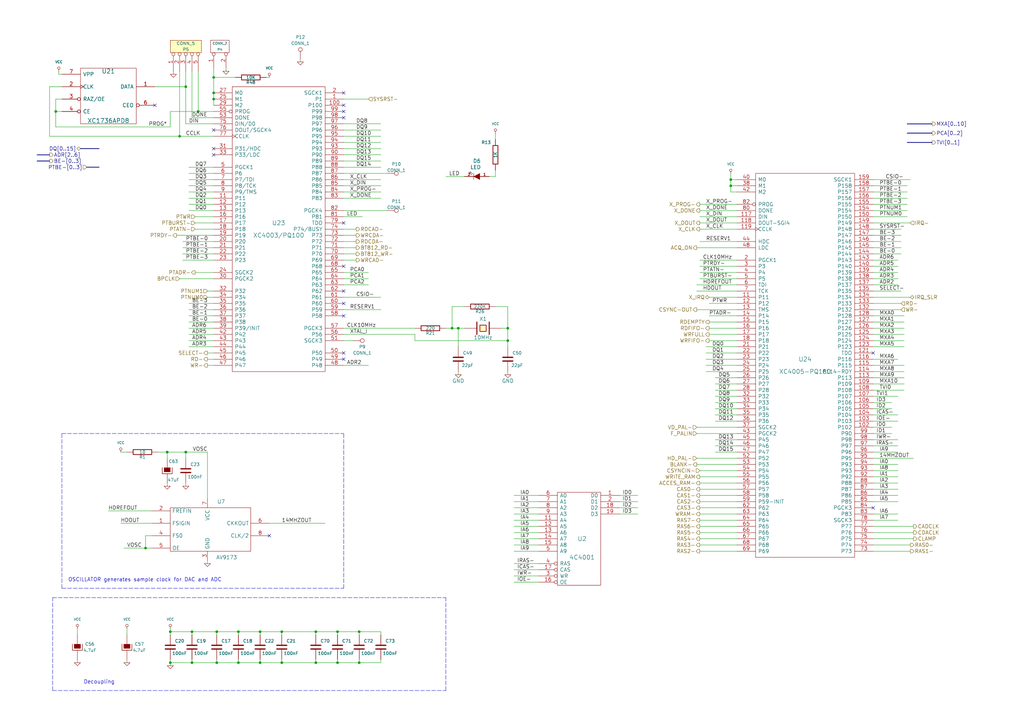
<source format=kicad_sch>
(kicad_sch (version 20211123) (generator eeschema)
  (paper "A3")
  (title_block (title "Video") (date "Sun 22 Mar 2015") (rev "2.0B") (company "Kicad EDA") (comment 1 "Xilinxs"))
  (junction (at 129.54 271.78) (diameter 0.9144))
  (junction (at 106.68 271.78) (diameter 0.9144))
  (junction (at 115.57 259.08) (diameter 0.9144))
  (junction (at 73.66 55.88) (diameter 0.9144))
  (junction (at 147.32 271.78) (diameter 0.9144))
  (junction (at 97.79 259.08) (diameter 0.9144))
  (junction (at 147.32 259.08) (diameter 0.9144))
  (junction (at 208.28 134.62) (diameter 0.9144))
  (junction (at 106.68 259.08) (diameter 0.9144))
  (junction (at 97.79 271.78) (diameter 0.9144))
  (junction (at 87.63 31.75) (diameter 0.9144))
  (junction (at 87.63 38.1) (diameter 0.9144))
  (junction (at 78.74 271.78) (diameter 0.9144))
  (junction (at 138.43 271.78) (diameter 0.9144))
  (junction (at 81.28 45.72) (diameter 0.9144))
  (junction (at 69.85 259.08) (diameter 0.9144))
  (junction (at 76.2 35.56) (diameter 0.9144))
  (junction (at 138.43 259.08) (diameter 0.9144))
  (junction (at 299.72 76.2) (diameter 0.9144))
  (junction (at 69.85 271.78) (diameter 0.9144))
  (junction (at 129.54 259.08) (diameter 0.9144))
  (junction (at 76.2 185.42) (diameter 0.9144))
  (junction (at 299.72 73.66) (diameter 0.9144))
  (junction (at 185.42 134.62) (diameter 0.9144))
  (junction (at 115.57 271.78) (diameter 0.9144))
  (junction (at 78.74 259.08) (diameter 0.9144))
  (junction (at 88.9 259.08) (diameter 0.9144))
  (junction (at 22.86 45.72) (diameter 0.9144))
  (junction (at 88.9 271.78) (diameter 0.9144))
  (junction (at 59.69 224.79) (diameter 0.9144))
  (junction (at 68.58 185.42) (diameter 0.9144))
  (junction (at 187.96 134.62) (diameter 0.9144))
  (junction (at 87.63 40.64) (diameter 0.9144))
  (junction (at 208.28 139.7) (diameter 0.9144))
  (no_connect (at 140.97 119.38))
  (no_connect (at 140.97 45.72))
  (no_connect (at 140.97 109.22))
  (no_connect (at 87.63 60.96))
  (no_connect (at 140.97 43.18))
  (no_connect (at 140.97 38.1))
  (no_connect (at 358.14 144.78))
  (no_connect (at 140.97 129.54))
  (no_connect (at 140.97 147.32))
  (no_connect (at 140.97 124.46))
  (no_connect (at 358.14 208.28))
  (no_connect (at 63.5 43.18))
  (no_connect (at 140.97 144.78))
  (no_connect (at 87.63 63.5))
  (no_connect (at 140.97 91.44))
  (no_connect (at 110.49 219.71))
  (no_connect (at 140.97 48.26))
  (no_connect (at 87.63 53.34))
  (wire (pts (xy 76.2 185.42) (xy 85.09 185.42)))
  (wire (pts (xy 73.66 55.88) (xy 87.63 55.88)))
  (wire (pts (xy 129.54 271.78) (xy 138.43 271.78)))
  (wire (pts (xy 85.09 149.86) (xy 87.63 149.86)))
  (wire (pts (xy 220.98 220.98) (xy 210.82 220.98)))
  (wire (pts (xy 287.02 210.82) (xy 302.26 210.82)))
  (wire (pts (xy 78.74 29.21) (xy 78.74 48.26)))
  (wire (pts (xy 358.14 162.56) (xy 368.3 162.56)))
  (wire (pts (xy 87.63 132.08) (xy 77.47 132.08)))
  (wire (pts (xy 78.74 48.26) (xy 87.63 48.26)))
  (wire (pts (xy 203.2 54.61) (xy 203.2 57.15)))
  (wire (pts (xy 208.28 125.73) (xy 208.28 134.62)))
  (wire (pts (xy 358.14 139.7) (xy 370.84 139.7)))
  (wire (pts (xy 140.97 101.6) (xy 146.05 101.6)))
  (wire (pts (xy 302.26 152.4) (xy 289.56 152.4)))
  (wire (pts (xy 24.13 30.48) (xy 25.4 30.48)))
  (wire (pts (xy 302.26 137.16) (xy 290.83 137.16)))
  (wire (pts (xy 68.58 199.39) (xy 68.58 198.12)))
  (wire (pts (xy 299.72 78.74) (xy 302.26 78.74)))
  (wire (pts (xy 358.14 177.8) (xy 365.76 177.8)))
  (wire (pts (xy 368.3 182.88) (xy 358.14 182.88)))
  (wire (pts (xy 287.02 208.28) (xy 302.26 208.28)))
  (wire (pts (xy 140.97 121.92) (xy 156.21 121.92)))
  (polyline (pts (xy 21.59 283.21) (xy 182.88 283.21)) (stroke (width 0) (type dash)))
  (wire (pts (xy 358.14 154.94) (xy 370.84 154.94)))
  (wire (pts (xy 77.47 76.2) (xy 87.63 76.2)))
  (wire (pts (xy 52.07 271.78) (xy 52.07 270.51)))
  (wire (pts (xy 358.14 147.32) (xy 368.3 147.32)))
  (wire (pts (xy 140.97 50.8) (xy 156.21 50.8)))
  (wire (pts (xy 115.57 259.08) (xy 115.57 260.35)))
  (wire (pts (xy 358.14 187.96) (xy 374.65 187.96)))
  (wire (pts (xy 123.19 24.13) (xy 123.19 25.4)))
  (wire (pts (xy 358.14 175.26) (xy 365.76 175.26)))
  (wire (pts (xy 287.02 193.04) (xy 302.26 193.04)))
  (wire (pts (xy 299.72 73.66) (xy 302.26 73.66)))
  (wire (pts (xy 287.02 226.06) (xy 302.26 226.06)))
  (wire (pts (xy 302.26 114.3) (xy 287.02 114.3)))
  (wire (pts (xy 140.97 86.36) (xy 158.75 86.36)))
  (wire (pts (xy 187.96 153.67) (xy 187.96 152.4)))
  (bus (pts (xy 33.02 60.96) (xy 40.64 60.96)))
  (wire (pts (xy 220.98 218.44) (xy 210.82 218.44)))
  (wire (pts (xy 254 210.82) (xy 261.62 210.82)))
  (wire (pts (xy 87.63 139.7) (xy 77.47 139.7)))
  (wire (pts (xy 52.07 185.42) (xy 49.53 185.42)))
  (wire (pts (xy 140.97 104.14) (xy 146.05 104.14)))
  (wire (pts (xy 287.02 203.2) (xy 302.26 203.2)))
  (wire (pts (xy 220.98 205.74) (xy 210.82 205.74)))
  (wire (pts (xy 20.32 35.56) (xy 20.32 55.88)))
  (wire (pts (xy 140.97 53.34) (xy 156.21 53.34)))
  (wire (pts (xy 87.63 129.54) (xy 77.47 129.54)))
  (wire (pts (xy 140.97 78.74) (xy 156.21 78.74)))
  (wire (pts (xy 302.26 147.32) (xy 289.56 147.32)))
  (wire (pts (xy 293.37 167.64) (xy 302.26 167.64)))
  (wire (pts (xy 138.43 271.78) (xy 147.32 271.78)))
  (wire (pts (xy 358.14 223.52) (xy 373.38 223.52)))
  (wire (pts (xy 299.72 71.12) (xy 299.72 73.66)))
  (wire (pts (xy 69.85 45.72) (xy 81.28 45.72)))
  (wire (pts (xy 140.97 73.66) (xy 156.21 73.66)))
  (wire (pts (xy 293.37 185.42) (xy 302.26 185.42)))
  (wire (pts (xy 290.83 134.62) (xy 302.26 134.62)))
  (wire (pts (xy 358.14 160.02) (xy 370.84 160.02)))
  (wire (pts (xy 77.47 86.36) (xy 87.63 86.36)))
  (wire (pts (xy 170.18 139.7) (xy 170.18 137.16)))
  (wire (pts (xy 69.85 271.78) (xy 69.85 273.05)))
  (wire (pts (xy 140.97 68.58) (xy 156.21 68.58)))
  (wire (pts (xy 182.88 72.39) (xy 190.5 72.39)))
  (wire (pts (xy 290.83 139.7) (xy 302.26 139.7)))
  (polyline (pts (xy 21.59 245.11) (xy 182.88 245.11)) (stroke (width 0) (type dash)))
  (wire (pts (xy 88.9 259.08) (xy 88.9 260.35)))
  (wire (pts (xy 358.14 215.9) (xy 374.65 215.9)))
  (wire (pts (xy 52.07 257.81) (xy 52.07 260.35)))
  (wire (pts (xy 88.9 270.51) (xy 88.9 271.78)))
  (wire (pts (xy 369.57 96.52) (xy 358.14 96.52)))
  (wire (pts (xy 88.9 271.78) (xy 97.79 271.78)))
  (wire (pts (xy 358.14 134.62) (xy 370.84 134.62)))
  (wire (pts (xy 287.02 93.98) (xy 302.26 93.98)))
  (wire (pts (xy 368.3 203.2) (xy 358.14 203.2)))
  (wire (pts (xy 140.97 139.7) (xy 144.78 139.7)))
  (wire (pts (xy 368.3 198.12) (xy 358.14 198.12)))
  (polyline (pts (xy 21.59 283.21) (xy 21.59 245.11)) (stroke (width 0) (type dash)))
  (wire (pts (xy 358.14 73.66) (xy 373.38 73.66)))
  (wire (pts (xy 156.21 271.78) (xy 156.21 270.51)))
  (wire (pts (xy 87.63 38.1) (xy 87.63 40.64)))
  (wire (pts (xy 129.54 259.08) (xy 138.43 259.08)))
  (wire (pts (xy 140.97 76.2) (xy 156.21 76.2)))
  (wire (pts (xy 80.01 93.98) (xy 87.63 93.98)))
  (wire (pts (xy 220.98 213.36) (xy 210.82 213.36)))
  (wire (pts (xy 140.97 106.68) (xy 146.05 106.68)))
  (wire (pts (xy 24.13 29.21) (xy 24.13 30.48)))
  (wire (pts (xy 358.14 165.1) (xy 365.76 165.1)))
  (wire (pts (xy 115.57 271.78) (xy 129.54 271.78)))
  (wire (pts (xy 77.47 71.12) (xy 87.63 71.12)))
  (wire (pts (xy 88.9 259.08) (xy 97.79 259.08)))
  (wire (pts (xy 87.63 101.6) (xy 74.93 101.6)))
  (wire (pts (xy 147.32 271.78) (xy 156.21 271.78)))
  (wire (pts (xy 302.26 109.22) (xy 287.02 109.22)))
  (wire (pts (xy 372.11 88.9) (xy 358.14 88.9)))
  (wire (pts (xy 140.97 81.28) (xy 156.21 81.28)))
  (wire (pts (xy 372.11 83.82) (xy 358.14 83.82)))
  (wire (pts (xy 358.14 149.86) (xy 370.84 149.86)))
  (wire (pts (xy 254 205.74) (xy 261.62 205.74)))
  (wire (pts (xy 293.37 162.56) (xy 302.26 162.56)))
  (wire (pts (xy 368.3 172.72) (xy 358.14 172.72)))
  (wire (pts (xy 358.14 91.44) (xy 373.38 91.44)))
  (wire (pts (xy 372.11 86.36) (xy 358.14 86.36)))
  (bus (pts (xy 15.24 63.5) (xy 20.32 63.5)))
  (wire (pts (xy 69.85 259.08) (xy 69.85 260.35)))
  (wire (pts (xy 299.72 73.66) (xy 299.72 76.2)))
  (wire (pts (xy 80.01 88.9) (xy 87.63 88.9)))
  (wire (pts (xy 78.74 260.35) (xy 78.74 259.08)))
  (wire (pts (xy 59.69 224.79) (xy 59.69 219.71)))
  (wire (pts (xy 358.14 121.92) (xy 373.38 121.92)))
  (wire (pts (xy 50.8 224.79) (xy 59.69 224.79)))
  (wire (pts (xy 115.57 270.51) (xy 115.57 271.78)))
  (wire (pts (xy 287.02 215.9) (xy 302.26 215.9)))
  (wire (pts (xy 71.12 30.48) (xy 71.12 29.21)))
  (wire (pts (xy 69.85 271.78) (xy 78.74 271.78)))
  (wire (pts (xy 140.97 111.76) (xy 151.13 111.76)))
  (wire (pts (xy 358.14 142.24) (xy 370.84 142.24)))
  (bus (pts (xy 372.11 50.8) (xy 382.27 50.8)))
  (wire (pts (xy 220.98 238.76) (xy 210.82 238.76)))
  (wire (pts (xy 77.47 83.82) (xy 87.63 83.82)))
  (wire (pts (xy 140.97 99.06) (xy 146.05 99.06)))
  (wire (pts (xy 110.49 31.75) (xy 109.22 31.75)))
  (wire (pts (xy 140.97 88.9) (xy 148.59 88.9)))
  (wire (pts (xy 138.43 259.08) (xy 147.32 259.08)))
  (polyline (pts (xy 182.88 283.21) (xy 182.88 245.11)) (stroke (width 0) (type dash)))
  (wire (pts (xy 77.47 81.28) (xy 87.63 81.28)))
  (wire (pts (xy 285.75 177.8) (xy 302.26 177.8)))
  (wire (pts (xy 287.02 223.52) (xy 302.26 223.52)))
  (wire (pts (xy 140.97 93.98) (xy 146.05 93.98)))
  (wire (pts (xy 205.74 134.62) (xy 208.28 134.62)))
  (wire (pts (xy 368.3 210.82) (xy 358.14 210.82)))
  (wire (pts (xy 182.88 134.62) (xy 185.42 134.62)))
  (bus (pts (xy 15.24 66.04) (xy 20.32 66.04)))
  (wire (pts (xy 358.14 132.08) (xy 370.84 132.08)))
  (wire (pts (xy 156.21 127) (xy 140.97 127)))
  (wire (pts (xy 287.02 200.66) (xy 302.26 200.66)))
  (wire (pts (xy 287.02 88.9) (xy 302.26 88.9)))
  (wire (pts (xy 77.47 73.66) (xy 87.63 73.66)))
  (wire (pts (xy 368.3 205.74) (xy 358.14 205.74)))
  (wire (pts (xy 85.09 144.78) (xy 87.63 144.78)))
  (wire (pts (xy 208.28 134.62) (xy 208.28 139.7)))
  (wire (pts (xy 87.63 27.94) (xy 87.63 31.75)))
  (wire (pts (xy 76.2 35.56) (xy 76.2 50.8)))
  (wire (pts (xy 20.32 55.88) (xy 73.66 55.88)))
  (wire (pts (xy 187.96 134.62) (xy 187.96 142.24)))
  (wire (pts (xy 302.26 99.06) (xy 287.02 99.06)))
  (wire (pts (xy 358.14 106.68) (xy 368.3 106.68)))
  (wire (pts (xy 78.74 270.51) (xy 78.74 271.78)))
  (wire (pts (xy 85.09 147.32) (xy 87.63 147.32)))
  (wire (pts (xy 85.09 119.38) (xy 87.63 119.38)))
  (wire (pts (xy 140.97 116.84) (xy 151.13 116.84)))
  (polyline (pts (xy 140.97 241.3) (xy 140.97 177.8)) (stroke (width 0) (type dash)))
  (wire (pts (xy 285.75 187.96) (xy 302.26 187.96)))
  (wire (pts (xy 358.14 129.54) (xy 370.84 129.54)))
  (wire (pts (xy 220.98 215.9) (xy 210.82 215.9)))
  (wire (pts (xy 92.71 29.21) (xy 92.71 27.94)))
  (wire (pts (xy 76.2 185.42) (xy 76.2 187.96)))
  (wire (pts (xy 293.37 165.1) (xy 302.26 165.1)))
  (wire (pts (xy 368.3 180.34) (xy 358.14 180.34)))
  (wire (pts (xy 22.86 40.64) (xy 22.86 45.72)))
  (wire (pts (xy 76.2 199.39) (xy 76.2 198.12)))
  (wire (pts (xy 72.39 96.52) (xy 87.63 96.52)))
  (wire (pts (xy 44.45 209.55) (xy 62.23 209.55)))
  (wire (pts (xy 369.57 104.14) (xy 358.14 104.14)))
  (wire (pts (xy 77.47 68.58) (xy 87.63 68.58)))
  (wire (pts (xy 151.13 149.86) (xy 140.97 149.86)))
  (wire (pts (xy 287.02 86.36) (xy 302.26 86.36)))
  (wire (pts (xy 372.11 78.74) (xy 358.14 78.74)))
  (wire (pts (xy 302.26 142.24) (xy 289.56 142.24)))
  (wire (pts (xy 63.5 35.56) (xy 76.2 35.56)))
  (wire (pts (xy 87.63 134.62) (xy 77.47 134.62)))
  (wire (pts (xy 220.98 226.06) (xy 210.82 226.06)))
  (wire (pts (xy 31.75 271.78) (xy 31.75 270.51)))
  (wire (pts (xy 69.85 52.07) (xy 69.85 45.72)))
  (wire (pts (xy 368.3 190.5) (xy 358.14 190.5)))
  (wire (pts (xy 187.96 134.62) (xy 190.5 134.62)))
  (wire (pts (xy 147.32 259.08) (xy 147.32 260.35)))
  (wire (pts (xy 368.3 213.36) (xy 358.14 213.36)))
  (wire (pts (xy 287.02 83.82) (xy 302.26 83.82)))
  (wire (pts (xy 185.42 125.73) (xy 190.5 125.73)))
  (wire (pts (xy 358.14 119.38) (xy 369.57 119.38)))
  (wire (pts (xy 287.02 106.68) (xy 302.26 106.68)))
  (wire (pts (xy 208.28 139.7) (xy 208.28 142.24)))
  (wire (pts (xy 25.4 45.72) (xy 22.86 45.72)))
  (wire (pts (xy 129.54 259.08) (xy 129.54 260.35)))
  (wire (pts (xy 85.09 185.42) (xy 85.09 204.47)))
  (wire (pts (xy 185.42 125.73) (xy 185.42 134.62)))
  (wire (pts (xy 68.58 185.42) (xy 76.2 185.42)))
  (wire (pts (xy 358.14 167.64) (xy 365.76 167.64)))
  (wire (pts (xy 293.37 172.72) (xy 302.26 172.72)))
  (wire (pts (xy 358.14 218.44) (xy 374.65 218.44)))
  (bus (pts (xy 35.56 68.58) (xy 40.64 68.58)))
  (wire (pts (xy 77.47 78.74) (xy 87.63 78.74)))
  (wire (pts (xy 68.58 185.42) (xy 68.58 187.96)))
  (wire (pts (xy 368.3 111.76) (xy 358.14 111.76)))
  (wire (pts (xy 22.86 45.72) (xy 22.86 52.07)))
  (wire (pts (xy 49.53 214.63) (xy 62.23 214.63)))
  (wire (pts (xy 87.63 99.06) (xy 74.93 99.06)))
  (wire (pts (xy 59.69 219.71) (xy 62.23 219.71)))
  (bus (pts (xy 372.11 54.61) (xy 382.27 54.61)))
  (wire (pts (xy 287.02 198.12) (xy 302.26 198.12)))
  (wire (pts (xy 140.97 55.88) (xy 156.21 55.88)))
  (wire (pts (xy 156.21 259.08) (xy 156.21 260.35)))
  (wire (pts (xy 85.09 121.92) (xy 87.63 121.92)))
  (wire (pts (xy 293.37 182.88) (xy 302.26 182.88)))
  (wire (pts (xy 368.3 195.58) (xy 358.14 195.58)))
  (wire (pts (xy 185.42 134.62) (xy 187.96 134.62)))
  (wire (pts (xy 140.97 96.52) (xy 146.05 96.52)))
  (wire (pts (xy 287.02 220.98) (xy 302.26 220.98)))
  (wire (pts (xy 138.43 271.78) (xy 138.43 270.51)))
  (wire (pts (xy 302.26 149.86) (xy 289.56 149.86)))
  (wire (pts (xy 106.68 259.08) (xy 106.68 260.35)))
  (wire (pts (xy 64.77 185.42) (xy 68.58 185.42)))
  (wire (pts (xy 140.97 134.62) (xy 170.18 134.62)))
  (wire (pts (xy 220.98 203.2) (xy 210.82 203.2)))
  (wire (pts (xy 287.02 195.58) (xy 302.26 195.58)))
  (polyline (pts (xy 25.4 241.3) (xy 140.97 241.3)) (stroke (width 0) (type dash)))
  (wire (pts (xy 368.3 114.3) (xy 358.14 114.3)))
  (wire (pts (xy 81.28 45.72) (xy 87.63 45.72)))
  (wire (pts (xy 129.54 271.78) (xy 129.54 270.51)))
  (wire (pts (xy 299.72 76.2) (xy 302.26 76.2)))
  (wire (pts (xy 78.74 271.78) (xy 88.9 271.78)))
  (polyline (pts (xy 25.4 241.3) (xy 25.4 177.8)) (stroke (width 0) (type dash)))
  (wire (pts (xy 358.14 226.06) (xy 373.38 226.06)))
  (wire (pts (xy 147.32 259.08) (xy 156.21 259.08)))
  (wire (pts (xy 97.79 259.08) (xy 106.68 259.08)))
  (wire (pts (xy 358.14 124.46) (xy 369.57 124.46)))
  (wire (pts (xy 106.68 271.78) (xy 115.57 271.78)))
  (wire (pts (xy 368.3 185.42) (xy 358.14 185.42)))
  (wire (pts (xy 59.69 224.79) (xy 62.23 224.79)))
  (wire (pts (xy 285.75 116.84) (xy 302.26 116.84)))
  (wire (pts (xy 254 203.2) (xy 261.62 203.2)))
  (wire (pts (xy 293.37 170.18) (xy 302.26 170.18)))
  (wire (pts (xy 302.26 124.46) (xy 290.83 124.46)))
  (wire (pts (xy 293.37 180.34) (xy 302.26 180.34)))
  (wire (pts (xy 31.75 257.81) (xy 31.75 260.35)))
  (wire (pts (xy 110.49 214.63) (xy 133.35 214.63)))
  (wire (pts (xy 302.26 129.54) (xy 290.83 129.54)))
  (wire (pts (xy 106.68 259.08) (xy 115.57 259.08)))
  (wire (pts (xy 220.98 231.14) (xy 210.82 231.14)))
  (wire (pts (xy 220.98 236.22) (xy 210.82 236.22)))
  (wire (pts (xy 81.28 29.21) (xy 81.28 45.72)))
  (wire (pts (xy 106.68 270.51) (xy 106.68 271.78)))
  (wire (pts (xy 87.63 127) (xy 77.47 127)))
  (wire (pts (xy 69.85 270.51) (xy 69.85 271.78)))
  (wire (pts (xy 220.98 223.52) (xy 210.82 223.52)))
  (wire (pts (xy 203.2 125.73) (xy 208.28 125.73)))
  (wire (pts (xy 147.32 271.78) (xy 147.32 270.51)))
  (wire (pts (xy 140.97 60.96) (xy 156.21 60.96)))
  (wire (pts (xy 69.85 257.81) (xy 69.85 259.08)))
  (wire (pts (xy 368.3 193.04) (xy 358.14 193.04)))
  (wire (pts (xy 358.14 137.16) (xy 370.84 137.16)))
  (wire (pts (xy 293.37 160.02) (xy 302.26 160.02)))
  (wire (pts (xy 285.75 190.5) (xy 302.26 190.5)))
  (wire (pts (xy 208.28 152.4) (xy 208.28 153.67)))
  (wire (pts (xy 285.75 119.38) (xy 302.26 119.38)))
  (wire (pts (xy 372.11 76.2) (xy 358.14 76.2)))
  (wire (pts (xy 140.97 66.04) (xy 156.21 66.04)))
  (wire (pts (xy 302.26 144.78) (xy 289.56 144.78)))
  (wire (pts (xy 87.63 104.14) (xy 74.93 104.14)))
  (wire (pts (xy 220.98 208.28) (xy 210.82 208.28)))
  (wire (pts (xy 203.2 72.39) (xy 203.2 69.85)))
  (wire (pts (xy 140.97 114.3) (xy 151.13 114.3)))
  (wire (pts (xy 87.63 40.64) (xy 87.63 43.18)))
  (wire (pts (xy 220.98 210.82) (xy 210.82 210.82)))
  (wire (pts (xy 87.63 142.24) (xy 77.47 142.24)))
  (wire (pts (xy 302.26 111.76) (xy 287.02 111.76)))
  (wire (pts (xy 285.75 175.26) (xy 302.26 175.26)))
  (wire (pts (xy 369.57 99.06) (xy 358.14 99.06)))
  (wire (pts (xy 372.11 81.28) (xy 358.14 81.28)))
  (wire (pts (xy 369.57 93.98) (xy 358.14 93.98)))
  (wire (pts (xy 287.02 218.44) (xy 302.26 218.44)))
  (wire (pts (xy 299.72 76.2) (xy 299.72 78.74)))
  (wire (pts (xy 368.3 109.22) (xy 358.14 109.22)))
  (wire (pts (xy 138.43 259.08) (xy 138.43 260.35)))
  (wire (pts (xy 358.14 220.98) (xy 374.65 220.98)))
  (wire (pts (xy 87.63 114.3) (xy 73.66 114.3)))
  (wire (pts (xy 254 208.28) (xy 261.62 208.28)))
  (wire (pts (xy 87.63 31.75) (xy 87.63 38.1)))
  (wire (pts (xy 220.98 233.68) (xy 210.82 233.68)))
  (wire (pts (xy 302.26 121.92) (xy 290.83 121.92)))
  (wire (pts (xy 302.26 132.08) (xy 290.83 132.08)))
  (wire (pts (xy 151.13 40.64) (xy 140.97 40.64)))
  (bus (pts (xy 372.11 58.42) (xy 382.27 58.42)))
  (wire (pts (xy 97.79 271.78) (xy 106.68 271.78)))
  (wire (pts (xy 287.02 205.74) (xy 302.26 205.74)))
  (wire (pts (xy 208.28 139.7) (xy 170.18 139.7)))
  (wire (pts (xy 73.66 29.21) (xy 73.66 55.88)))
  (wire (pts (xy 22.86 52.07) (xy 69.85 52.07)))
  (wire (pts (xy 80.01 91.44) (xy 87.63 91.44)))
  (wire (pts (xy 96.52 31.75) (xy 87.63 31.75)))
  (wire (pts (xy 200.66 72.39) (xy 203.2 72.39)))
  (wire (pts (xy 287.02 213.36) (xy 302.26 213.36)))
  (wire (pts (xy 87.63 124.46) (xy 77.47 124.46)))
  (wire (pts (xy 87.63 137.16) (xy 77.47 137.16)))
  (wire (pts (xy 358.14 127) (xy 369.57 127)))
  (wire (pts (xy 358.14 152.4) (xy 370.84 152.4)))
  (polyline (pts (xy 25.4 177.8) (xy 140.97 177.8)) (stroke (width 0) (type dash)))
  (wire (pts (xy 25.4 35.56) (xy 20.32 35.56)))
  (wire (pts (xy 87.63 106.68) (xy 74.93 106.68)))
  (wire (pts (xy 358.14 157.48) (xy 370.84 157.48)))
  (wire (pts (xy 97.79 270.51) (xy 97.79 271.78)))
  (wire (pts (xy 368.3 170.18) (xy 358.14 170.18)))
  (wire (pts (xy 285.75 101.6) (xy 302.26 101.6)))
  (wire (pts (xy 285.75 127) (xy 302.26 127)))
  (wire (pts (xy 140.97 71.12) (xy 158.75 71.12)))
  (wire (pts (xy 369.57 101.6) (xy 358.14 101.6)))
  (wire (pts (xy 25.4 40.64) (xy 22.86 40.64)))
  (wire (pts (xy 85.09 229.87) (xy 85.09 231.14)))
  (wire (pts (xy 76.2 50.8) (xy 87.63 50.8)))
  (wire (pts (xy 140.97 63.5) (xy 156.21 63.5)))
  (wire (pts (xy 69.85 259.08) (xy 78.74 259.08)))
  (wire (pts (xy 76.2 29.21) (xy 76.2 35.56)))
  (wire (pts (xy 368.3 116.84) (xy 358.14 116.84)))
  (wire (pts (xy 287.02 91.44) (xy 302.26 91.44)))
  (wire (pts (xy 78.74 259.08) (xy 88.9 259.08)))
  (wire (pts (xy 115.57 259.08) (xy 129.54 259.08)))
  (wire (pts (xy 368.3 200.66) (xy 358.14 200.66)))
  (wire (pts (xy 80.01 111.76) (xy 87.63 111.76)))
  (wire (pts (xy 302.26 154.94) (xy 293.37 154.94)))
  (wire (pts (xy 140.97 58.42) (xy 156.21 58.42)))
  (wire (pts (xy 170.18 137.16) (xy 140.97 137.16)))
  (wire (pts (xy 97.79 260.35) (xy 97.79 259.08)))
  (wire (pts (xy 302.26 157.48) (xy 293.37 157.48)))
  (text "Decoupling" (at 34.29 280.67 0) (effects (font (size 1.524 1.524)) (justify left bottom)))
  (text "OSCILLATOR generates sample clock for DAC and ADC" (at 27.94 238.76 0) (effects (font (size 1.524 1.524)) (justify left bottom)))
  (label "X_CLK" (at 143.51 73.66 0) (effects (font (size 1.524 1.524))))
  (label "TVI0" (at 360.68 160.02 0) (effects (font (size 1.524 1.524))))
  (label "DQ1" (at 80.01 83.82 0) (effects (font (size 1.524 1.524))))
  (label "CSIO-" (at 146.05 121.92 0) (effects (font (size 1.524 1.524))))
  (label "BE-0" (at 360.68 104.14 0) (effects (font (size 1.524 1.524))))
  (label "IA9" (at 213.36 226.06 0) (effects (font (size 1.524 1.524))))
  (label "IA3" (at 360.68 200.66 0) (effects (font (size 1.524 1.524))))
  (label "BE-3" (at 78.74 124.46 0) (effects (font (size 1.524 1.524))))
  (label "RESERV1" (at 143.51 127 0) (effects (font (size 1.524 1.524))))
  (label "DQ11" (at 146.05 58.42 0) (effects (font (size 1.524 1.524))))
  (label "DQ0" (at 80.01 86.36 0) (effects (font (size 1.524 1.524))))
  (label "ID2" (at 255.27 208.28 0) (effects (font (size 1.524 1.524))))
  (label "MXA8" (at 360.68 152.4 0) (effects (font (size 1.524 1.524))))
  (label "MXA2" (at 360.68 134.62 0) (effects (font (size 1.524 1.524))))
  (label "DONE" (at 78.74 48.26 0) (effects (font (size 1.524 1.524))))
  (label "ADR5" (at 78.74 137.16 0) (effects (font (size 1.524 1.524))))
  (label "MXA1" (at 360.68 132.08 0) (effects (font (size 1.524 1.524))))
  (label "PTBE-2" (at 360.68 81.28 0) (effects (font (size 1.524 1.524))))
  (label "BE-0" (at 78.74 132.08 0) (effects (font (size 1.524 1.524))))
  (label "14MHZOUT" (at 115.57 214.63 0) (effects (font (size 1.524 1.524))))
  (label "DQ5" (at 80.01 76.2 0) (effects (font (size 1.524 1.524))))
  (label "PTBE-1" (at 76.2 101.6 0) (effects (font (size 1.524 1.524))))
  (label "IRAS-" (at 359.41 182.88 0) (effects (font (size 1.524 1.524))))
  (label "HDOUT" (at 288.29 119.38 0) (effects (font (size 1.524 1.524))))
  (label "ADR6" (at 360.68 106.68 0) (effects (font (size 1.524 1.524))))
  (label "X_PROG-" (at 289.56 83.82 0) (effects (font (size 1.524 1.524))))
  (label "DQ1" (at 292.1 144.78 0) (effects (font (size 1.524 1.524))))
  (label "ADR2" (at 142.24 149.86 0) (effects (font (size 1.524 1.524))))
  (label "PTBE-3" (at 360.68 83.82 0) (effects (font (size 1.524 1.524))))
  (label "PCA1" (at 143.51 114.3 0) (effects (font (size 1.524 1.524))))
  (label "IA4" (at 213.36 213.36 0) (effects (font (size 1.524 1.524))))
  (label "DQ4" (at 292.1 152.4 0) (effects (font (size 1.524 1.524))))
  (label "ADR3" (at 360.68 114.3 0) (effects (font (size 1.524 1.524))))
  (label "MXA6" (at 360.68 147.32 0) (effects (font (size 1.524 1.524))))
  (label "DIN" (at 77.47 50.8 0) (effects (font (size 1.524 1.524))))
  (label "MXA4" (at 360.68 139.7 0) (effects (font (size 1.524 1.524))))
  (label "IA7" (at 360.68 213.36 0) (effects (font (size 1.524 1.524))))
  (label "DQ11" (at 294.64 170.18 0) (effects (font (size 1.524 1.524))))
  (label "DQ2" (at 80.01 81.28 0) (effects (font (size 1.524 1.524))))
  (label "DQ9" (at 294.64 165.1 0) (effects (font (size 1.524 1.524))))
  (label "X_DONE" (at 289.56 86.36 0) (effects (font (size 1.524 1.524))))
  (label "PTADR-" (at 290.83 129.54 0) (effects (font (size 1.524 1.524))))
  (label "HDREFOUT" (at 44.45 209.55 0) (effects (font (size 1.524 1.524))))
  (label "IA8" (at 213.36 223.52 0) (effects (font (size 1.524 1.524))))
  (label "IA2" (at 360.68 198.12 0) (effects (font (size 1.524 1.524))))
  (label "ADR4" (at 360.68 111.76 0) (effects (font (size 1.524 1.524))))
  (label "BE-1" (at 360.68 101.6 0) (effects (font (size 1.524 1.524))))
  (label "DQ7" (at 80.01 68.58 0) (effects (font (size 1.524 1.524))))
  (label "PTNUM0" (at 360.68 88.9 0) (effects (font (size 1.524 1.524))))
  (label "ID1" (at 255.27 205.74 0) (effects (font (size 1.524 1.524))))
  (label "HDOUT" (at 49.53 214.63 0) (effects (font (size 1.524 1.524))))
  (label "X_DIN" (at 289.56 88.9 0) (effects (font (size 1.524 1.524))))
  (label "IA1" (at 360.68 195.58 0) (effects (font (size 1.524 1.524))))
  (label "MXA5" (at 360.68 142.24 0) (effects (font (size 1.524 1.524))))
  (label "DQ9" (at 146.05 53.34 0) (effects (font (size 1.524 1.524))))
  (label "IA8" (at 360.68 193.04 0) (effects (font (size 1.524 1.524))))
  (label "DQ0" (at 292.1 142.24 0) (effects (font (size 1.524 1.524))))
  (label "MXA0" (at 360.68 129.54 0) (effects (font (size 1.524 1.524))))
  (label "RESERV1" (at 289.56 99.06 0) (effects (font (size 1.524 1.524))))
  (label "DQ5" (at 294.64 154.94 0) (effects (font (size 1.524 1.524))))
  (label "PTBE-3" (at 76.2 106.68 0) (effects (font (size 1.524 1.524))))
  (label "ICAS-" (at 359.41 170.18 0) (effects (font (size 1.524 1.524))))
  (label "VOSC" (at 52.07 224.79 0) (effects (font (size 1.524 1.524))))
  (label "TVI1" (at 359.41 162.56 0) (effects (font (size 1.524 1.524))))
  (label "ADR5" (at 360.68 109.22 0) (effects (font (size 1.524 1.524))))
  (label "ADR2" (at 360.68 116.84 0) (effects (font (size 1.524 1.524))))
  (label "DQ14" (at 146.05 68.58 0) (effects (font (size 1.524 1.524))))
  (label "IA7" (at 213.36 220.98 0) (effects (font (size 1.524 1.524))))
  (label "LED" (at 142.24 88.9 0) (effects (font (size 1.524 1.524))))
  (label "DQ15" (at 146.05 66.04 0) (effects (font (size 1.524 1.524))))
  (label "ICAS-" (at 212.09 233.68 0) (effects (font (size 1.524 1.524))))
  (label "MXA7" (at 360.68 149.86 0) (effects (font (size 1.524 1.524))))
  (label "MXA9" (at 360.68 154.94 0) (effects (font (size 1.524 1.524))))
  (label "PCA0" (at 143.51 111.76 0) (effects (font (size 1.524 1.524))))
  (label "VOSC" (at 85.09 185.42 180) (effects (font (size 1.524 1.524))))
  (label "CLK10MHz" (at 288.29 106.68 0) (effects (font (size 1.524 1.524))))
  (label "X_DOUT" (at 289.56 91.44 0) (effects (font (size 1.524 1.524))))
  (label "IA5" (at 213.36 215.9 0) (effects (font (size 1.524 1.524))))
  (label "PCA2" (at 143.51 116.84 0) (effects (font (size 1.524 1.524))))
  (label "MXA3" (at 360.68 137.16 0) (effects (font (size 1.524 1.524))))
  (label "DQ8" (at 146.05 50.8 0) (effects (font (size 1.524 1.524))))
  (label "PTWR" (at 292.1 124.46 0) (effects (font (size 1.524 1.524))))
  (label "IA6" (at 213.36 218.44 0) (effects (font (size 1.524 1.524))))
  (label "IA4" (at 360.68 203.2 0) (effects (font (size 1.524 1.524))))
  (label "X_PROG-" (at 143.51 78.74 0) (effects (font (size 1.524 1.524))))
  (label "SYSRST-" (at 360.68 93.98 0) (effects (font (size 1.524 1.524))))
  (label "BE-3" (at 360.68 96.52 0) (effects (font (size 1.524 1.524))))
  (label "DQ13" (at 146.05 63.5 0) (effects (font (size 1.524 1.524))))
  (label "XTAL_I" (at 143.51 137.16 0) (effects (font (size 1.524 1.524))))
  (label "DQ12" (at 146.05 60.96 0) (effects (font (size 1.524 1.524))))
  (label "CCLK" (at 76.2 55.88 0) (effects (font (size 1.524 1.524))))
  (label "ADR4" (at 78.74 139.7 0) (effects (font (size 1.524 1.524))))
  (label "PROG*" (at 60.96 52.07 0) (effects (font (size 1.524 1.524))))
  (label "DQ3" (at 292.1 149.86 0) (effects (font (size 1.524 1.524))))
  (label "ID1" (at 359.41 177.8 0) (effects (font (size 1.524 1.524))))
  (label "PTATN-" (at 288.29 111.76 0) (effects (font (size 1.524 1.524))))
  (label "IWR-" (at 212.09 236.22 0) (effects (font (size 1.524 1.524))))
  (label "IWR-" (at 359.41 180.34 0) (effects (font (size 1.524 1.524))))
  (label "ID3" (at 359.41 165.1 0) (effects (font (size 1.524 1.524))))
  (label "IA2" (at 213.36 208.28 0) (effects (font (size 1.524 1.524))))
  (label "IA1" (at 213.36 205.74 0) (effects (font (size 1.524 1.524))))
  (label "PTNUM1" (at 360.68 86.36 0) (effects (font (size 1.524 1.524))))
  (label "DQ6" (at 294.64 157.48 0) (effects (font (size 1.524 1.524))))
  (label "IOE-" (at 359.41 172.72 0) (effects (font (size 1.524 1.524))))
  (label "PTRDY-" (at 288.29 109.22 0) (effects (font (size 1.524 1.524))))
  (label "DQ13" (at 294.64 180.34 0) (effects (font (size 1.524 1.524))))
  (label "IA3" (at 213.36 210.82 0) (effects (font (size 1.524 1.524))))
  (label "DQ12" (at 294.64 172.72 0) (effects (font (size 1.524 1.524))))
  (label "ID3" (at 255.27 210.82 0) (effects (font (size 1.524 1.524))))
  (label "X_DONE" (at 143.51 81.28 0) (effects (font (size 1.524 1.524))))
  (label "PTBE-0" (at 76.2 99.06 0) (effects (font (size 1.524 1.524))))
  (label "X_DIN" (at 143.51 76.2 0) (effects (font (size 1.524 1.524))))
  (label "BE-2" (at 78.74 127 0) (effects (font (size 1.524 1.524))))
  (label "IA0" (at 360.68 190.5 0) (effects (font (size 1.524 1.524))))
  (label "ADR6" (at 78.74 134.62 0) (effects (font (size 1.524 1.524))))
  (label "PTBE-0" (at 360.68 76.2 0) (effects (font (size 1.524 1.524))))
  (label "PTBE-2" (at 76.2 104.14 0) (effects (font (size 1.524 1.524))))
  (label "DQ4" (at 80.01 78.74 0) (effects (font (size 1.524 1.524))))
  (label "HDREFOUT" (at 288.29 116.84 0) (effects (font (size 1.524 1.524))))
  (label "BE-2" (at 360.68 99.06 0) (effects (font (size 1.524 1.524))))
  (label "DQ3" (at 80.01 73.66 0) (effects (font (size 1.524 1.524))))
  (label "IOE-" (at 212.09 238.76 0) (effects (font (size 1.524 1.524))))
  (label "IA5" (at 360.68 205.74 0) (effects (font (size 1.524 1.524))))
  (label "DQ14" (at 294.64 182.88 0) (effects (font (size 1.524 1.524))))
  (label "14MHZOUT" (at 360.68 187.96 0) (effects (font (size 1.524 1.524))))
  (label "IA6" (at 360.68 210.82 0) (effects (font (size 1.524 1.524))))
  (label "IRAS-" (at 212.09 231.14 0) (effects (font (size 1.524 1.524))))
  (label "IA0" (at 213.36 203.2 0) (effects (font (size 1.524 1.524))))
  (label "PTBURST-" (at 288.29 114.3 0) (effects (font (size 1.524 1.524))))
  (label "PTBE-1" (at 360.68 78.74 0) (effects (font (size 1.524 1.524))))
  (label "ID0" (at 255.27 203.2 0) (effects (font (size 1.524 1.524))))
  (label "ID0" (at 359.41 175.26 0) (effects (font (size 1.524 1.524))))
  (label "X_CLK" (at 289.56 93.98 0) (effects (font (size 1.524 1.524))))
  (label "CLK10MHz" (at 142.24 134.62 0) (effects (font (size 1.524 1.524))))
  (label "MXA10" (at 360.68 157.48 0) (effects (font (size 1.524 1.524))))
  (label "ID2" (at 359.41 167.64 0) (effects (font (size 1.524 1.524))))
  (label "ADR3" (at 78.74 142.24 0) (effects (font (size 1.524 1.524))))
  (label "DQ8" (at 294.64 162.56 0) (effects (font (size 1.524 1.524))))
  (label "LED" (at 184.15 72.39 0) (effects (font (size 1.524 1.524))))
  (label "DQ10" (at 146.05 55.88 0) (effects (font (size 1.524 1.524))))
  (label "DQ2" (at 292.1 147.32 0) (effects (font (size 1.524 1.524))))
  (label "IA9" (at 360.68 185.42 0) (effects (font (size 1.524 1.524))))
  (label "DQ6" (at 80.01 71.12 0) (effects (font (size 1.524 1.524))))
  (label "DQ7" (at 294.64 160.02 0) (effects (font (size 1.524 1.524))))
  (label "DQ10" (at 294.64 167.64 0) (effects (font (size 1.524 1.524))))
  (label "CSIO-" (at 363.22 73.66 0) (effects (font (size 1.524 1.524))))
  (label "DQ15" (at 294.64 185.42 0) (effects (font (size 1.524 1.524))))
  (label "BE-1" (at 78.74 129.54 0) (effects (font (size 1.524 1.524))))
  (label "SELECT-" (at 360.68 119.38 0) (effects (font (size 1.524 1.524))))
  (hierarchical_label "RAS7-" (shape output) (at 287.02 213.36 180) (effects (font (size 1.524 1.524))))
  (hierarchical_label "RDEMPTY" (shape output) (at 290.83 132.08 180) (effects (font (size 1.524 1.524))))
  (hierarchical_label "X_DOUT" (shape output) (at 287.02 91.44 180) (effects (font (size 1.524 1.524))))
  (hierarchical_label "PCA[0..2]" (shape output) (at 382.27 54.61 0) (effects (font (size 1.524 1.524))))
  (hierarchical_label "RDFIFO-" (shape output) (at 290.83 134.62 180) (effects (font (size 1.524 1.524))))
  (hierarchical_label "PTNUM1" (shape input) (at 85.09 119.38 180) (effects (font (size 1.524 1.524))))
  (hierarchical_label "X_IRQ" (shape bidirectional) (at 290.83 121.92 180) (effects (font (size 1.524 1.524))))
  (hierarchical_label "CSYNC-OUT" (shape output) (at 285.75 127 180) (effects (font (size 1.524 1.524))))
  (hierarchical_label "RAS4-" (shape output) (at 287.02 220.98 180) (effects (font (size 1.524 1.524))))
  (hierarchical_label "PTATN-" (shape input) (at 80.01 93.98 180) (effects (font (size 1.524 1.524))))
  (hierarchical_label "WRITE_RAM" (shape output) (at 287.02 195.58 180) (effects (font (size 1.524 1.524))))
  (hierarchical_label "ACQ_ON" (shape output) (at 285.75 101.6 180) (effects (font (size 1.524 1.524))))
  (hierarchical_label "X_PROG-" (shape output) (at 287.02 83.82 180) (effects (font (size 1.524 1.524))))
  (hierarchical_label "WR-" (shape input) (at 369.57 127 0) (effects (font (size 1.524 1.524))))
  (hierarchical_label "CSYNCIN-" (shape input) (at 287.02 193.04 180) (effects (font (size 1.524 1.524))))
  (hierarchical_label "CAS1-" (shape output) (at 287.02 203.2 180) (effects (font (size 1.524 1.524))))
  (hierarchical_label "HD_PAL-" (shape input) (at 285.75 187.96 180) (effects (font (size 1.524 1.524))))
  (hierarchical_label "PTWR" (shape input) (at 80.01 88.9 180) (effects (font (size 1.524 1.524))))
  (hierarchical_label "BE-[0..3]" (shape output) (at 20.32 66.04 0) (effects (font (size 1.524 1.524))))
  (hierarchical_label "PTRDY-" (shape output) (at 72.39 96.52 180) (effects (font (size 1.524 1.524))))
  (hierarchical_label "ADR[2..6]" (shape output) (at 20.32 63.5 0) (effects (font (size 1.524 1.524))))
  (hierarchical_label "WRCAD-" (shape output) (at 146.05 106.68 0) (effects (font (size 1.524 1.524))))
  (hierarchical_label "PTBURST-" (shape input) (at 80.01 91.44 180) (effects (font (size 1.524 1.524))))
  (hierarchical_label "BPCLK" (shape input) (at 73.66 114.3 180) (effects (font (size 1.524 1.524))))
  (hierarchical_label "RAS0-" (shape output) (at 373.38 223.52 0) (effects (font (size 1.524 1.524))))
  (hierarchical_label "IRQ-" (shape input) (at 373.38 91.44 0) (effects (font (size 1.524 1.524))))
  (hierarchical_label "SELECT-" (shape output) (at 85.09 144.78 180) (effects (font (size 1.524 1.524))))
  (hierarchical_label "MXA[0..10]" (shape output) (at 382.27 50.8 0) (effects (font (size 1.524 1.524))))
  (hierarchical_label "RD-" (shape output) (at 85.09 147.32 180) (effects (font (size 1.524 1.524))))
  (hierarchical_label "CLAMP" (shape output) (at 374.65 220.98 0) (effects (font (size 1.524 1.524))))
  (hierarchical_label "SYSRST-" (shape input) (at 151.13 40.64 0) (effects (font (size 1.524 1.524))))
  (hierarchical_label "WRAM-" (shape output) (at 287.02 210.82 180) (effects (font (size 1.524 1.524))))
  (hierarchical_label "ACCES_RAM-" (shape output) (at 287.02 198.12 180) (effects (font (size 1.524 1.524))))
  (hierarchical_label "X_DONE" (shape output) (at 287.02 86.36 180) (effects (font (size 1.524 1.524))))
  (hierarchical_label "TVI[0..1]" (shape output) (at 382.27 58.42 0) (effects (font (size 1.524 1.524))))
  (hierarchical_label "RDCAD-" (shape output) (at 146.05 93.98 0) (effects (font (size 1.524 1.524))))
  (hierarchical_label "X_CLK" (shape output) (at 287.02 93.98 180) (effects (font (size 1.524 1.524))))
  (hierarchical_label "RAS6-" (shape output) (at 287.02 215.9 180) (effects (font (size 1.524 1.524))))
  (hierarchical_label "BLANK-" (shape output) (at 285.75 190.5 180) (effects (font (size 1.524 1.524))))
  (hierarchical_label "BT812_WR-" (shape output) (at 146.05 104.14 0) (effects (font (size 1.524 1.524))))
  (hierarchical_label "CAS2-" (shape output) (at 287.02 205.74 180) (effects (font (size 1.524 1.524))))
  (hierarchical_label "PTBE-[0..3]" (shape input) (at 35.56 68.58 180) (effects (font (size 1.524 1.524))))
  (hierarchical_label "RAS3-" (shape output) (at 287.02 223.52 180) (effects (font (size 1.524 1.524))))
  (hierarchical_label "RAS2-" (shape output) (at 287.02 226.06 180) (effects (font (size 1.524 1.524))))
  (hierarchical_label "WRFIFO-" (shape output) (at 290.83 139.7 180) (effects (font (size 1.524 1.524))))
  (hierarchical_label "CADCLK" (shape output) (at 374.65 215.9 0) (effects (font (size 1.524 1.524))))
  (hierarchical_label "RD-" (shape input) (at 369.57 124.46 0) (effects (font (size 1.524 1.524))))
  (hierarchical_label "CAS0-" (shape output) (at 287.02 200.66 180) (effects (font (size 1.524 1.524))))
  (hierarchical_label "RAS1-" (shape output) (at 373.38 226.06 0) (effects (font (size 1.524 1.524))))
  (hierarchical_label "RDCDA-" (shape output) (at 146.05 99.06 0) (effects (font (size 1.524 1.524))))
  (hierarchical_label "PTNUM0" (shape input) (at 85.09 121.92 180) (effects (font (size 1.524 1.524))))
  (hierarchical_label "IRQ_SLR" (shape bidirectional) (at 373.38 121.92 0) (effects (font (size 1.524 1.524))))
  (hierarchical_label "DQ[0..15]" (shape tri_state) (at 33.02 60.96 180) (effects (font (size 1.524 1.524))))
  (hierarchical_label "WRCDA-" (shape output) (at 146.05 96.52 0) (effects (font (size 1.524 1.524))))
  (hierarchical_label "CAS3-" (shape output) (at 287.02 208.28 180) (effects (font (size 1.524 1.524))))
  (hierarchical_label "BT812_RD-" (shape output) (at 146.05 101.6 0) (effects (font (size 1.524 1.524))))
  (hierarchical_label "PTADR-" (shape output) (at 80.01 111.76 180) (effects (font (size 1.524 1.524))))
  (hierarchical_label "CDACLK" (shape output) (at 374.65 218.44 0) (effects (font (size 1.524 1.524))))
  (hierarchical_label "F_PALIN" (shape input) (at 285.75 177.8 180) (effects (font (size 1.524 1.524))))
  (hierarchical_label "VD_PAL-" (shape input) (at 285.75 175.26 180) (effects (font (size 1.524 1.524))))
  (hierarchical_label "RAS5-" (shape output) (at 287.02 218.44 180) (effects (font (size 1.524 1.524))))
  (hierarchical_label "WR-" (shape output) (at 85.09 149.86 180) (effects (font (size 1.524 1.524))))
  (hierarchical_label "WRFULL" (shape output) (at 290.83 137.16 180) (effects (font (size 1.524 1.524))))
  (symbol (lib_id "video_schlib:GND") (at 68.58 199.39 0) (unit 1)
    (property "Reference" "#GND070" (effects hide))
    (property "Value" "GND" (effects hide))
  )
  (symbol (lib_id "video_schlib:CP") (at 68.58 193.04 0) (unit 1)
    (property "Reference" "C63" (at 71.12 189.23 0))
    (property "Value" "47uF" (at 71.12 196.85 0))
    (property "Footprint" "Resistor_SMD:R_1210_3225Metric_Pad1.24x2.70mm_HandSolder" (effects hide))
  )
  (symbol (lib_id "video_schlib:AV9173") (at 86.36 217.17 0) (unit 1)
    (property "Reference" "U7" (at 90.678 205.74 0) (effects (font (size 1.524 1.524))))
    (property "Value" "AV9173" (at 92.964 228.6 0) (effects (font (size 1.524 1.524))))
    (property "Footprint" "Package_SO:SSOP-8_3.95x5.21x3.27mm_P1.27mm" (effects hide))
  )
  (symbol (lib_id "video_schlib:GND") (at 85.09 231.14 0) (unit 1)
    (property "Reference" "#GND071" (effects hide))
    (property "Value" "GND" (effects hide))
  )
  (symbol (lib_id "video_schlib:C") (at 115.57 265.43 0) (unit 1)
    (property "Reference" "C21" (at 119.38 262.89 0))
    (property "Value" "100nF" (at 119.38 267.97 0))
    (property "Footprint" "Resistor_SMD:R_1206_3216Metric_Pad1.24x1.80mm_HandSolder" (effects hide))
  )
  (symbol (lib_id "video_schlib:C") (at 106.68 265.43 0) (unit 1)
    (property "Reference" "C22" (at 110.49 262.89 0))
    (property "Value" "100nF" (at 110.49 267.97 0))
    (property "Footprint" "Resistor_SMD:R_1206_3216Metric_Pad1.24x1.80mm_HandSolder" (effects hide))
  )
  (symbol (lib_id "video_schlib:R") (at 203.2 63.5 0) (unit 1)
    (property "Reference" "R13" (at 199.39 58.42 0))
    (property "Value" "1K" (at 203.2 63.5 90))
    (property "Footprint" "Resistor_SMD:R_1206_3216Metric_Pad1.24x1.80mm_HandSolder" (effects hide))
  )
  (symbol (lib_id "video_schlib:LED") (at 195.58 72.39 180) (unit 1)
    (property "Reference" "D6" (at 195.58 66.04 0) (effects (font (size 1.524 1.524))))
    (property "Value" "LED" (at 195.072 68.58 0) (effects (font (size 1.524 1.524))))
    (property "Footprint" "Discret:LEDV" (effects hide))
  )
  (symbol (lib_id "video_schlib:VCC") (at 203.2 54.61 0) (unit 1)
    (property "Reference" "#PWR064" (effects hide))
    (property "Value" "VCC" (at 203.2 50.8 0) (effects (font (size 1.016 1.016))))
  )
  (symbol (lib_id "video_schlib:XC4005-PQ160") (at 330.2 149.86 0) (unit 1)
    (property "Reference" "U24" (at 330.2 147.32 0) (effects (font (size 1.778 1.778))))
    (property "Value" "XC4005-PQ160" (at 330.2 152.4 0) (effects (font (size 1.778 1.778))))
    (property "Footprint" "Package_QFP:PQFP-160_28x28mm_P0.65mm" (effects hide))
  )
  (symbol (lib_id "video_schlib:C") (at 76.2 193.04 0) (unit 1)
    (property "Reference" "C23" (at 80.01 190.5 0))
    (property "Value" "100nF" (at 80.01 195.58 0))
    (property "Footprint" "Resistor_SMD:R_1206_3216Metric_Pad1.24x1.80mm_HandSolder" (effects hide))
  )
  (symbol (lib_id "video_schlib:GND") (at 76.2 199.39 0) (unit 1)
    (property "Reference" "#PWR063" (effects hide))
    (property "Value" "GND" (effects hide))
  )
  (symbol (lib_id "video_schlib:R") (at 58.42 185.42 270) (unit 1)
    (property "Reference" "R1" (at 58.42 187.452 90))
    (property "Value" "10" (at 58.42 185.42 90))
    (property "Footprint" "Resistor_SMD:R_1206_3216Metric_Pad1.24x1.80mm_HandSolder" (effects hide))
  )
  (symbol (lib_id "video_schlib:VCC") (at 49.53 185.42 0) (unit 1)
    (property "Reference" "#PWR062" (effects hide))
    (property "Value" "VCC" (at 49.53 181.61 0) (effects (font (size 1.016 1.016))))
  )
  (symbol (lib_id "video_schlib:XC1736APD8") (at 44.45 39.37 0) (unit 1)
    (property "Reference" "U21" (at 44.45 29.21 0) (effects (font (size 1.778 1.778))))
    (property "Value" "XC1736APD8" (at 44.45 49.53 0) (effects (font (size 1.778 1.778))))
    (property "Footprint" "Package_DIP:DIP-8_W7.62mm" (effects hide))
  )
  (symbol (lib_id "video_schlib:CONN_5") (at 76.2 19.05 90) (unit 1)
    (property "Reference" "P5" (at 76.2 20.32 90))
    (property "Value" "CONN_5" (at 76.2 17.78 90))
    (property "Footprint" "Connector_PinHeader_2.54mm:PinHeader_1x05_P2.54mm_Vertical" (effects hide))
  )
  (symbol (lib_id "video_schlib:VCC") (at 24.13 29.21 0) (unit 1)
    (property "Reference" "#PWR061" (effects hide))
    (property "Value" "VCC" (at 24.13 25.4 0) (effects (font (size 1.016 1.016))))
  )
  (symbol (lib_id "video_schlib:R") (at 102.87 31.75 270) (unit 1)
    (property "Reference" "R48" (at 102.87 33.782 90))
    (property "Value" "10K" (at 102.87 31.75 90))
    (property "Footprint" "Resistor_SMD:R_1206_3216Metric_Pad1.24x1.80mm_HandSolder" (effects hide))
  )
  (symbol (lib_id "video_schlib:CONN_2") (at 90.17 19.05 90) (unit 1)
    (property "Reference" "P4" (at 90.17 20.32 90) (effects (font (size 1.016 1.016))))
    (property "Value" "CONN_2" (at 90.17 17.78 90) (effects (font (size 1.016 1.016))))
    (property "Footprint" "Connector_PinHeader_2.54mm:PinHeader_1x02_P2.54mm_Vertical" (effects hide))
  )
  (symbol (lib_id "video_schlib:GND") (at 92.71 29.21 0) (unit 1)
    (property "Reference" "#PWR060" (effects hide))
    (property "Value" "GND" (effects hide))
  )
  (symbol (lib_id "video_schlib:VCC") (at 110.49 31.75 0) (unit 1)
    (property "Reference" "#PWR059" (effects hide))
    (property "Value" "VCC" (at 110.49 27.94 0) (effects (font (size 1.016 1.016))))
  )
  (symbol (lib_id "video_schlib:GND") (at 71.12 30.48 0) (unit 1)
    (property "Reference" "#PWR058" (effects hide))
    (property "Value" "GND" (effects hide))
  )
  (symbol (lib_id "video_schlib:4C4001") (at 237.49 220.98 0) (unit 1)
    (property "Reference" "U2" (at 238.76 220.98 0) (effects (font (size 1.778 1.778))))
    (property "Value" "4C4001" (at 238.76 228.6 0) (effects (font (size 1.778 1.778))))
    (property "Footprint" "Package_SO:SOIC-28W_7.5x17.9mm_P1.27mm" (effects hide))
  )
  (symbol (lib_id "video_schlib:C") (at 129.54 265.43 0) (unit 1)
    (property "Reference" "C70" (at 133.35 262.89 0))
    (property "Value" "100nF" (at 133.35 267.97 0))
    (property "Footprint" "Resistor_SMD:R_1206_3216Metric_Pad1.24x1.80mm_HandSolder" (effects hide))
  )
  (symbol (lib_id "video_schlib:C") (at 138.43 265.43 0) (unit 1)
    (property "Reference" "C71" (at 142.24 262.89 0))
    (property "Value" "100nF" (at 142.24 267.97 0))
    (property "Footprint" "Resistor_SMD:R_1206_3216Metric_Pad1.24x1.80mm_HandSolder" (effects hide))
  )
  (symbol (lib_id "video_schlib:C") (at 147.32 265.43 0) (unit 1)
    (property "Reference" "C72" (at 151.13 262.89 0))
    (property "Value" "100nF" (at 151.13 267.97 0))
    (property "Footprint" "Resistor_SMD:R_1206_3216Metric_Pad1.24x1.80mm_HandSolder" (effects hide))
  )
  (symbol (lib_id "video_schlib:C") (at 156.21 265.43 0) (unit 1)
    (property "Reference" "C73" (at 160.02 262.89 0))
    (property "Value" "100nF" (at 160.02 267.97 0))
    (property "Footprint" "Resistor_SMD:R_1206_3216Metric_Pad1.24x1.80mm_HandSolder" (effects hide))
  )
  (symbol (lib_id "video_schlib:XC4005-PQ100") (at 114.3 93.98 0) (unit 1)
    (property "Reference" "U23" (at 114.3 91.44 0) (effects (font (size 1.778 1.778))))
    (property "Value" "XC4003/PQ100" (at 114.3 96.52 0) (effects (font (size 1.778 1.778))))
    (property "Footprint" "Package_QFP:PQFP-100_14x20mm_P0.65mm" (effects hide))
  )
  (symbol (lib_id "video_schlib:CONN_1") (at 148.59 139.7 0) (unit 1)
    (property "Reference" "P9" (at 148.59 142.24 0))
    (property "Value" "CONN_1" (at 148.59 144.78 0))
    (property "Footprint" "Connector_PinHeader_2.54mm:PinHeader_1x01_P2.54mm_Vertical" (effects hide))
  )
  (symbol (lib_id "video_schlib:CONN_1") (at 123.19 20.32 90) (unit 1)
    (property "Reference" "P12" (at 123.19 15.24 90))
    (property "Value" "CONN_1" (at 123.19 17.78 90))
    (property "Footprint" "Connector_PinHeader_2.54mm:PinHeader_1x01_P2.54mm_Vertical" (effects hide))
  )
  (symbol (lib_id "video_schlib:GND") (at 123.19 25.4 0) (unit 1)
    (property "Reference" "#PWR057" (effects hide))
    (property "Value" "GND" (effects hide))
  )
  (symbol (lib_id "video_schlib:VCC") (at 52.07 257.81 0) (unit 1)
    (property "Reference" "#VCC072" (effects hide))
    (property "Value" "VCC" (at 52.07 254 0) (effects (font (size 1.016 1.016))))
  )
  (symbol (lib_id "video_schlib:VCC") (at 31.75 257.81 0) (unit 1)
    (property "Reference" "#VCC073" (effects hide))
    (property "Value" "VCC" (at 31.75 254 0) (effects (font (size 1.016 1.016))))
  )
  (symbol (lib_id "video_schlib:VCC") (at 299.72 71.12 0) (unit 1)
    (property "Reference" "#VCC074" (effects hide))
    (property "Value" "VCC" (at 299.72 67.31 0) (effects (font (size 1.016 1.016))))
  )
  (symbol (lib_id "video_schlib:VCC") (at 69.85 257.81 0) (unit 1)
    (property "Reference" "#VCC075" (effects hide))
    (property "Value" "VCC" (at 69.85 254 0) (effects (font (size 1.016 1.016))))
  )
  (symbol (lib_id "video_schlib:CONN_1") (at 162.56 71.12 0) (unit 1)
    (property "Reference" "P10" (at 162.56 67.31 0))
    (property "Value" "CONN_1" (at 162.56 69.85 0))
    (property "Footprint" "Connector_PinHeader_2.54mm:PinHeader_1x01_P2.54mm_Vertical" (effects hide))
  )
  (symbol (lib_id "video_schlib:CONN_1") (at 162.56 86.36 0) (unit 1)
    (property "Reference" "P11" (at 162.56 82.55 0))
    (property "Value" "CONN_1" (at 162.56 85.09 0))
    (property "Footprint" "Connector_PinHeader_2.54mm:PinHeader_1x01_P2.54mm_Vertical" (effects hide))
  )
  (symbol (lib_id "video_schlib:R") (at 176.53 134.62 270) (unit 1)
    (property "Reference" "R21" (at 176.53 136.652 90))
    (property "Value" "220" (at 176.53 134.62 90))
    (property "Footprint" "Resistor_SMD:R_1206_3216Metric_Pad1.24x1.80mm_HandSolder" (effects hide))
  )
  (symbol (lib_id "video_schlib:C") (at 97.79 265.43 0) (unit 1)
    (property "Reference" "C18" (at 101.6 262.89 0))
    (property "Value" "100nF" (at 101.6 267.97 0))
    (property "Footprint" "Resistor_SMD:R_1206_3216Metric_Pad1.24x1.80mm_HandSolder" (effects hide))
  )
  (symbol (lib_id "video_schlib:C") (at 208.28 147.32 0) (unit 1)
    (property "Reference" "C50" (at 212.09 144.78 0))
    (property "Value" "22pF" (at 212.09 149.86 0))
    (property "Footprint" "Capacitor_THT:C_Disc_D3.0mm_W2.0mm_P2.50mm" (effects hide))
  )
  (symbol (lib_id "video_schlib:CP") (at 31.75 265.43 0) (unit 1)
    (property "Reference" "C56" (at 36.83 264.16 0))
    (property "Value" "4.7uF" (at 36.83 266.7 0))
    (property "Footprint" "Capacitor_Tantalum_SMD:CP_EIA-3528-21_Kemet-B_Pad1.63x2.40mm_HandSolder" (effects hide))
  )
  (symbol (lib_id "video_schlib:R") (at 196.85 125.73 270) (unit 1)
    (property "Reference" "R26" (at 196.85 127.762 90))
    (property "Value" "220K" (at 196.85 125.73 90))
    (property "Footprint" "Resistor_SMD:R_1206_3216Metric_Pad1.24x1.80mm_HandSolder" (effects hide))
  )
  (symbol (lib_id "video_schlib:C") (at 69.85 265.43 0) (unit 1)
    (property "Reference" "C20" (at 73.66 262.89 0))
    (property "Value" "100nF" (at 73.66 267.97 0))
    (property "Footprint" "Resistor_SMD:R_1206_3216Metric_Pad1.24x1.80mm_HandSolder" (effects hide))
  )
  (symbol (lib_id "video_schlib:GND") (at 52.07 271.78 0) (unit 1)
    (property "Reference" "#GND068" (effects hide))
    (property "Value" "GND" (effects hide))
  )
  (symbol (lib_id "video_schlib:GND") (at 31.75 271.78 0) (unit 1)
    (property "Reference" "#GND067" (effects hide))
    (property "Value" "GND" (effects hide))
  )
  (symbol (lib_id "video_schlib:CP") (at 52.07 265.43 0) (unit 1)
    (property "Reference" "C57" (at 57.15 264.16 0))
    (property "Value" "4.7uF" (at 57.15 266.7 0))
    (property "Footprint" "Capacitor_Tantalum_SMD:CP_EIA-3528-21_Kemet-B_Pad1.63x2.40mm_HandSolder" (effects hide))
  )
  (symbol (lib_id "video_schlib:C") (at 78.74 265.43 0) (unit 1)
    (property "Reference" "C19" (at 82.55 262.89 0))
    (property "Value" "100nF" (at 82.55 267.97 0))
    (property "Footprint" "Resistor_SMD:R_1206_3216Metric_Pad1.24x1.80mm_HandSolder" (effects hide))
  )
  (symbol (lib_id "video_schlib:CRYSTAL") (at 198.12 134.62 0) (unit 1)
    (property "Reference" "X1" (at 198.12 130.81 0) (effects (font (size 1.524 1.524))))
    (property "Value" "10MHz" (at 198.12 138.43 0) (effects (font (size 1.524 1.524))))
    (property "Footprint" "Crystal:Crystal_HC18-U_Vertical" (effects hide))
  )
  (symbol (lib_id "video_schlib:C") (at 88.9 265.43 0) (unit 1)
    (property "Reference" "C17" (at 92.71 262.89 0))
    (property "Value" "100nF" (at 92.71 267.97 0))
    (property "Footprint" "Resistor_SMD:R_1206_3216Metric_Pad1.24x1.80mm_HandSolder" (effects hide))
  )
  (symbol (lib_id "video_schlib:C") (at 187.96 147.32 0) (unit 1)
    (property "Reference" "C49" (at 191.77 144.78 0))
    (property "Value" "22pF" (at 191.77 149.86 0))
    (property "Footprint" "Capacitor_THT:C_Disc_D3.0mm_W2.0mm_P2.50mm" (effects hide))
  )
  (symbol (lib_id "video_schlib:GND") (at 187.96 153.67 0) (unit 1)
    (property "Reference" "#GND065" (effects hide))
    (property "Value" "GND" (at 187.96 156.21 0) (effects (font (size 1.524 1.524))))
  )
  (symbol (lib_id "video_schlib:GND") (at 69.85 273.05 0) (unit 1)
    (property "Reference" "#GND069" (effects hide))
    (property "Value" "GND" (effects hide))
  )
  (symbol (lib_id "video_schlib:GND") (at 208.28 153.67 0) (unit 1)
    (property "Reference" "#GND066" (effects hide))
    (property "Value" "GND" (at 208.28 156.21 0) (effects (font (size 1.524 1.524))))
  )
)
</source>
